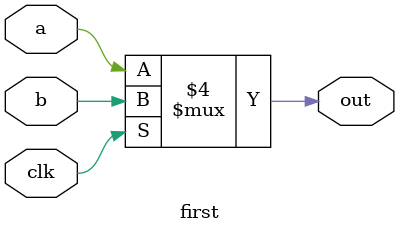
<source format=v>
module first (
    a, b, out, clk
);
    input  a, b, clk;
    output out;
    reg out;
    always @(a or b or clk)
        if( clk == 0 ) 
            out = a;
        else 
            out = b;
            
endmodule //first
</source>
